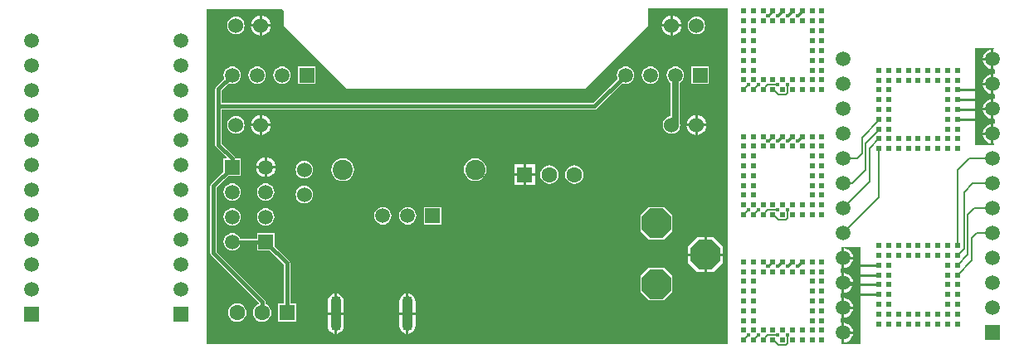
<source format=gbl>
%FSLAX23Y23*%
%MOIN*%
G70*
G01*
G75*
G04 Layer_Physical_Order=2*
G04 Layer_Color=16711680*
%ADD10R,0.020X0.055*%
%ADD11R,0.037X0.067*%
%ADD12R,0.051X0.033*%
%ADD13R,0.132X0.213*%
%ADD14R,0.079X0.087*%
%ADD15C,0.025*%
%ADD16C,0.020*%
%ADD17C,0.015*%
%ADD18C,0.010*%
%ADD19C,0.005*%
%ADD20O,0.043X0.142*%
%ADD21C,0.063*%
%ADD22R,0.063X0.063*%
%ADD23P,0.128X8X112.5*%
%ADD24P,0.128X8X202.5*%
%ADD25C,0.081*%
%ADD26C,0.060*%
%ADD27C,0.059*%
%ADD28R,0.059X0.059*%
%ADD29R,0.059X0.059*%
%ADD30C,0.016*%
%ADD31C,0.024*%
G36*
X3196Y1210D02*
X3195Y1209D01*
X3194Y1209D01*
Y1170D01*
Y1131D01*
X3195Y1131D01*
X3199Y1128D01*
Y1112D01*
X3195Y1109D01*
X3194Y1109D01*
Y1070D01*
Y1031D01*
X3195Y1031D01*
X3199Y1028D01*
Y1012D01*
X3195Y1009D01*
X3194Y1009D01*
Y970D01*
Y931D01*
X3195Y931D01*
X3199Y928D01*
Y912D01*
X3195Y909D01*
X3194Y909D01*
Y870D01*
Y831D01*
X3195Y831D01*
X3196Y830D01*
X3195Y825D01*
X3119D01*
Y1215D01*
X3195D01*
X3196Y1210D01*
D02*
G37*
G36*
X2126Y25D02*
X33D01*
X31Y30D01*
X31Y30D01*
Y1370D01*
X336D01*
X341Y1365D01*
Y1310D01*
Y1305D01*
X595Y1050D01*
X1553D01*
X1807Y1305D01*
Y1375D01*
X2126D01*
Y25D01*
D02*
G37*
G36*
X2660D02*
X2584D01*
X2582Y30D01*
X2584Y31D01*
X2584Y31D01*
Y70D01*
Y109D01*
X2584Y109D01*
X2580Y112D01*
Y128D01*
X2584Y131D01*
X2584Y131D01*
Y170D01*
Y209D01*
X2584Y209D01*
X2580Y212D01*
Y228D01*
X2584Y231D01*
X2584Y231D01*
Y270D01*
Y309D01*
X2584Y309D01*
X2580Y312D01*
Y328D01*
X2584Y331D01*
X2584Y331D01*
Y370D01*
Y409D01*
X2584Y409D01*
X2582Y410D01*
X2584Y415D01*
X2660D01*
Y25D01*
D02*
G37*
%LPC*%
G36*
X740Y574D02*
X731Y573D01*
X723Y569D01*
X715Y564D01*
X710Y556D01*
X706Y548D01*
X705Y539D01*
X706Y530D01*
X710Y522D01*
X715Y514D01*
X723Y509D01*
X731Y505D01*
X740Y504D01*
X749Y505D01*
X757Y509D01*
X765Y514D01*
X770Y522D01*
X774Y530D01*
X775Y539D01*
X774Y548D01*
X770Y556D01*
X765Y564D01*
X757Y569D01*
X749Y573D01*
X740Y574D01*
D02*
G37*
G36*
X270Y570D02*
X261Y569D01*
X253Y565D01*
X245Y560D01*
X240Y552D01*
X236Y544D01*
X235Y535D01*
X236Y526D01*
X240Y518D01*
X245Y510D01*
X253Y505D01*
X261Y501D01*
X270Y500D01*
X279Y501D01*
X287Y505D01*
X295Y510D01*
X300Y518D01*
X304Y526D01*
X305Y535D01*
X304Y544D01*
X300Y552D01*
X295Y560D01*
X287Y565D01*
X279Y569D01*
X270Y570D01*
D02*
G37*
G36*
X975Y574D02*
X905D01*
Y505D01*
X975D01*
Y574D01*
D02*
G37*
G36*
X840Y574D02*
X831Y573D01*
X823Y569D01*
X815Y564D01*
X810Y556D01*
X806Y548D01*
X805Y539D01*
X806Y530D01*
X810Y522D01*
X815Y514D01*
X823Y509D01*
X831Y505D01*
X840Y504D01*
X849Y505D01*
X857Y509D01*
X865Y514D01*
X870Y522D01*
X874Y530D01*
X875Y539D01*
X874Y548D01*
X870Y556D01*
X865Y564D01*
X857Y569D01*
X849Y573D01*
X840Y574D01*
D02*
G37*
G36*
X135Y570D02*
X126Y569D01*
X118Y565D01*
X110Y560D01*
X105Y552D01*
X101Y544D01*
X100Y535D01*
X101Y526D01*
X105Y518D01*
X110Y510D01*
X118Y505D01*
X126Y501D01*
X135Y500D01*
X144Y501D01*
X152Y505D01*
X160Y510D01*
X165Y518D01*
X169Y526D01*
X170Y535D01*
X169Y544D01*
X165Y552D01*
X160Y560D01*
X152Y565D01*
X144Y569D01*
X135Y570D01*
D02*
G37*
G36*
X2031Y452D02*
X2001D01*
X1967Y418D01*
Y388D01*
X2031D01*
Y452D01*
D02*
G37*
G36*
X2594Y409D02*
Y375D01*
X2629D01*
X2628Y380D01*
X2624Y390D01*
X2618Y398D01*
X2609Y404D01*
X2600Y408D01*
X2594Y409D01*
D02*
G37*
G36*
X1871Y573D02*
X1807D01*
X1775Y541D01*
Y477D01*
X1807Y445D01*
X1871D01*
X1903Y477D01*
Y541D01*
X1871Y573D01*
D02*
G37*
G36*
X2070Y452D02*
X2041D01*
Y388D01*
X2105D01*
Y418D01*
X2070Y452D01*
D02*
G37*
G36*
X425Y660D02*
X416Y659D01*
X407Y656D01*
X400Y650D01*
X394Y643D01*
X391Y634D01*
X390Y625D01*
X391Y616D01*
X394Y607D01*
X400Y600D01*
X407Y594D01*
X416Y591D01*
X425Y590D01*
X434Y591D01*
X443Y594D01*
X450Y600D01*
X456Y607D01*
X459Y616D01*
X460Y625D01*
X459Y634D01*
X456Y643D01*
X450Y650D01*
X443Y656D01*
X434Y659D01*
X425Y660D01*
D02*
G37*
G36*
X579Y771D02*
X568Y769D01*
X557Y765D01*
X547Y757D01*
X540Y748D01*
X535Y737D01*
X534Y725D01*
X535Y713D01*
X540Y702D01*
X547Y693D01*
X557Y685D01*
X568Y681D01*
X579Y679D01*
X591Y681D01*
X602Y685D01*
X612Y693D01*
X619Y702D01*
X624Y713D01*
X625Y725D01*
X624Y737D01*
X619Y748D01*
X612Y757D01*
X602Y765D01*
X591Y769D01*
X579Y771D01*
D02*
G37*
G36*
X1510Y742D02*
X1500Y741D01*
X1492Y737D01*
X1484Y731D01*
X1478Y723D01*
X1474Y715D01*
X1473Y705D01*
X1474Y695D01*
X1478Y687D01*
X1484Y679D01*
X1492Y673D01*
X1500Y669D01*
X1510Y668D01*
X1520Y669D01*
X1528Y673D01*
X1536Y679D01*
X1542Y687D01*
X1546Y695D01*
X1547Y705D01*
X1546Y715D01*
X1542Y723D01*
X1536Y731D01*
X1528Y737D01*
X1520Y741D01*
X1510Y742D01*
D02*
G37*
G36*
X425Y760D02*
X416Y759D01*
X407Y756D01*
X400Y750D01*
X394Y743D01*
X391Y734D01*
X390Y725D01*
X391Y716D01*
X394Y707D01*
X400Y700D01*
X407Y694D01*
X416Y691D01*
X425Y690D01*
X434Y691D01*
X443Y694D01*
X450Y700D01*
X456Y707D01*
X459Y716D01*
X460Y725D01*
X459Y734D01*
X456Y743D01*
X450Y750D01*
X443Y756D01*
X434Y759D01*
X425Y760D01*
D02*
G37*
G36*
X1111Y771D02*
X1099Y769D01*
X1088Y765D01*
X1078Y757D01*
X1071Y748D01*
X1066Y737D01*
X1065Y725D01*
X1066Y713D01*
X1071Y702D01*
X1078Y693D01*
X1088Y685D01*
X1099Y681D01*
X1111Y679D01*
X1122Y681D01*
X1133Y685D01*
X1143Y693D01*
X1150Y702D01*
X1155Y713D01*
X1156Y725D01*
X1155Y737D01*
X1150Y748D01*
X1143Y757D01*
X1133Y765D01*
X1122Y769D01*
X1111Y771D01*
D02*
G37*
G36*
X1410Y742D02*
X1400Y741D01*
X1392Y737D01*
X1384Y731D01*
X1378Y723D01*
X1374Y715D01*
X1373Y705D01*
X1374Y695D01*
X1378Y687D01*
X1384Y679D01*
X1392Y673D01*
X1400Y669D01*
X1410Y668D01*
X1420Y669D01*
X1428Y673D01*
X1436Y679D01*
X1442Y687D01*
X1446Y695D01*
X1447Y705D01*
X1446Y715D01*
X1442Y723D01*
X1436Y731D01*
X1428Y737D01*
X1420Y741D01*
X1410Y742D01*
D02*
G37*
G36*
X270Y670D02*
X261Y669D01*
X253Y665D01*
X245Y660D01*
X240Y652D01*
X236Y644D01*
X235Y635D01*
X236Y626D01*
X240Y618D01*
X245Y610D01*
X253Y605D01*
X261Y601D01*
X270Y600D01*
X279Y601D01*
X287Y605D01*
X295Y610D01*
X300Y618D01*
X304Y626D01*
X305Y635D01*
X304Y644D01*
X300Y652D01*
X295Y660D01*
X287Y665D01*
X279Y669D01*
X270Y670D01*
D02*
G37*
G36*
X135D02*
X126Y669D01*
X118Y665D01*
X110Y660D01*
X105Y652D01*
X101Y644D01*
X100Y635D01*
X101Y626D01*
X105Y618D01*
X110Y610D01*
X118Y605D01*
X126Y601D01*
X135Y600D01*
X144Y601D01*
X152Y605D01*
X160Y610D01*
X165Y618D01*
X169Y626D01*
X170Y635D01*
X169Y644D01*
X165Y652D01*
X160Y660D01*
X152Y665D01*
X144Y669D01*
X135Y670D01*
D02*
G37*
G36*
X1351Y700D02*
X1315D01*
Y664D01*
X1351D01*
Y700D01*
D02*
G37*
G36*
X1305D02*
X1269D01*
Y664D01*
X1305D01*
Y700D01*
D02*
G37*
G36*
X2629Y365D02*
X2594D01*
Y331D01*
X2600Y331D01*
X2609Y335D01*
X2618Y342D01*
X2624Y350D01*
X2628Y360D01*
X2629Y365D01*
D02*
G37*
G36*
X546Y226D02*
X543Y226D01*
X535Y223D01*
X529Y217D01*
X524Y211D01*
X520Y203D01*
X519Y195D01*
Y151D01*
X546D01*
Y226D01*
D02*
G37*
G36*
X2629Y165D02*
X2594D01*
Y131D01*
X2600Y131D01*
X2609Y135D01*
X2618Y142D01*
X2624Y150D01*
X2628Y160D01*
X2629Y165D01*
D02*
G37*
G36*
X556Y226D02*
Y151D01*
X583D01*
Y195D01*
X582Y203D01*
X579Y211D01*
X574Y217D01*
X567Y223D01*
X560Y226D01*
X556Y226D01*
D02*
G37*
G36*
X583Y141D02*
X556D01*
Y65D01*
X560Y66D01*
X567Y69D01*
X574Y74D01*
X579Y80D01*
X582Y88D01*
X583Y96D01*
Y141D01*
D02*
G37*
G36*
X135Y470D02*
X126Y469D01*
X118Y465D01*
X110Y460D01*
X105Y452D01*
X101Y444D01*
X100Y435D01*
X101Y426D01*
X105Y418D01*
X110Y410D01*
X118Y405D01*
X126Y401D01*
X135Y400D01*
X144Y401D01*
X152Y405D01*
X160Y410D01*
X165Y418D01*
X167Y422D01*
X235D01*
Y400D01*
X287D01*
X342Y345D01*
Y186D01*
X319D01*
Y114D01*
X391D01*
Y186D01*
X368D01*
Y350D01*
X367Y355D01*
X364Y359D01*
X305Y418D01*
Y470D01*
X235D01*
Y448D01*
X167D01*
X165Y452D01*
X160Y460D01*
X152Y465D01*
X144Y469D01*
X135Y470D01*
D02*
G37*
G36*
X871Y141D02*
X844D01*
Y65D01*
X847Y66D01*
X855Y69D01*
X861Y74D01*
X866Y80D01*
X870Y88D01*
X871Y96D01*
Y141D01*
D02*
G37*
G36*
X834D02*
X807D01*
Y96D01*
X808Y88D01*
X811Y80D01*
X816Y74D01*
X823Y69D01*
X830Y66D01*
X834Y65D01*
Y141D01*
D02*
G37*
G36*
X155Y187D02*
X145Y186D01*
X137Y182D01*
X129Y176D01*
X123Y168D01*
X119Y160D01*
X118Y150D01*
X119Y140D01*
X123Y132D01*
X129Y124D01*
X137Y118D01*
X145Y114D01*
X155Y113D01*
X165Y114D01*
X173Y118D01*
X181Y124D01*
X187Y132D01*
X191Y140D01*
X192Y150D01*
X191Y160D01*
X187Y168D01*
X181Y176D01*
X173Y182D01*
X165Y186D01*
X155Y187D01*
D02*
G37*
G36*
X2594Y109D02*
Y75D01*
X2629D01*
X2628Y80D01*
X2624Y90D01*
X2618Y98D01*
X2609Y104D01*
X2600Y108D01*
X2594Y109D01*
D02*
G37*
G36*
X834Y226D02*
X830Y226D01*
X823Y223D01*
X816Y217D01*
X811Y211D01*
X808Y203D01*
X807Y195D01*
Y151D01*
X834D01*
Y226D01*
D02*
G37*
G36*
X2105Y378D02*
X2041D01*
Y314D01*
X2070D01*
X2105Y349D01*
Y378D01*
D02*
G37*
G36*
X2031D02*
X1967D01*
Y349D01*
X2001Y314D01*
X2031D01*
Y378D01*
D02*
G37*
G36*
X2629Y65D02*
X2594D01*
Y31D01*
X2600Y31D01*
X2609Y35D01*
X2618Y42D01*
X2624Y50D01*
X2628Y60D01*
X2629Y65D01*
D02*
G37*
G36*
X546Y141D02*
X519D01*
Y96D01*
X520Y88D01*
X524Y80D01*
X529Y74D01*
X535Y69D01*
X543Y66D01*
X546Y65D01*
Y141D01*
D02*
G37*
G36*
X2594Y309D02*
Y275D01*
X2629D01*
X2628Y280D01*
X2624Y290D01*
X2618Y298D01*
X2609Y304D01*
X2600Y308D01*
X2594Y309D01*
D02*
G37*
G36*
Y209D02*
Y175D01*
X2629D01*
X2628Y180D01*
X2624Y190D01*
X2618Y198D01*
X2609Y204D01*
X2600Y208D01*
X2594Y209D01*
D02*
G37*
G36*
X844Y226D02*
Y151D01*
X871D01*
Y195D01*
X870Y203D01*
X866Y211D01*
X861Y217D01*
X855Y223D01*
X847Y226D01*
X844Y226D01*
D02*
G37*
G36*
X2629Y265D02*
X2594D01*
Y231D01*
X2600Y231D01*
X2609Y235D01*
X2618Y242D01*
X2624Y250D01*
X2628Y260D01*
X2629Y265D01*
D02*
G37*
G36*
X1871Y329D02*
X1807D01*
X1775Y297D01*
Y233D01*
X1807Y201D01*
X1871D01*
X1903Y233D01*
Y297D01*
X1871Y329D01*
D02*
G37*
G36*
X2050Y1140D02*
X1980D01*
Y1070D01*
X2050D01*
Y1140D01*
D02*
G37*
G36*
X470D02*
X400D01*
Y1070D01*
X470D01*
Y1140D01*
D02*
G37*
G36*
X3184Y1109D02*
X3179Y1108D01*
X3169Y1104D01*
X3161Y1098D01*
X3155Y1090D01*
X3151Y1080D01*
X3150Y1075D01*
X3184D01*
Y1109D01*
D02*
G37*
G36*
Y1209D02*
X3179Y1208D01*
X3169Y1204D01*
X3161Y1198D01*
X3155Y1190D01*
X3151Y1180D01*
X3150Y1175D01*
X3184D01*
Y1209D01*
D02*
G37*
G36*
Y1165D02*
X3150D01*
X3151Y1160D01*
X3155Y1150D01*
X3161Y1142D01*
X3169Y1135D01*
X3179Y1131D01*
X3184Y1131D01*
Y1165D01*
D02*
G37*
G36*
X1715Y1140D02*
X1706Y1139D01*
X1698Y1135D01*
X1690Y1130D01*
X1685Y1122D01*
X1681Y1114D01*
X1680Y1105D01*
X1681Y1096D01*
X1683Y1091D01*
X1585Y993D01*
X93D01*
Y1045D01*
X121Y1073D01*
X126Y1071D01*
X135Y1070D01*
X144Y1071D01*
X152Y1075D01*
X160Y1080D01*
X165Y1088D01*
X169Y1096D01*
X170Y1105D01*
X169Y1114D01*
X165Y1122D01*
X160Y1130D01*
X152Y1135D01*
X144Y1139D01*
X135Y1140D01*
X126Y1139D01*
X118Y1135D01*
X110Y1130D01*
X105Y1122D01*
X101Y1114D01*
X100Y1105D01*
X101Y1096D01*
X103Y1091D01*
X71Y1059D01*
X68Y1055D01*
X67Y1050D01*
Y980D01*
Y825D01*
X67Y825D01*
X67D01*
X68Y820D01*
X71Y816D01*
X113Y774D01*
X111Y770D01*
X100D01*
Y718D01*
X51Y669D01*
X48Y665D01*
X47Y660D01*
Y390D01*
X47Y390D01*
X47D01*
X48Y385D01*
X51Y381D01*
X242Y190D01*
Y184D01*
X237Y182D01*
X229Y176D01*
X223Y168D01*
X219Y160D01*
X218Y150D01*
X219Y140D01*
X223Y132D01*
X229Y124D01*
X237Y118D01*
X245Y114D01*
X255Y113D01*
X265Y114D01*
X273Y118D01*
X281Y124D01*
X287Y132D01*
X291Y140D01*
X292Y150D01*
X291Y160D01*
X287Y168D01*
X281Y176D01*
X273Y182D01*
X268Y184D01*
Y195D01*
X267Y200D01*
X264Y204D01*
X73Y395D01*
Y655D01*
X118Y700D01*
X170D01*
Y770D01*
X148D01*
Y770D01*
X147Y775D01*
X144Y779D01*
X93Y830D01*
Y967D01*
X1590D01*
X1595Y968D01*
X1599Y971D01*
X1599Y971D01*
X1599Y971D01*
X1701Y1073D01*
X1706Y1071D01*
X1715Y1070D01*
X1724Y1071D01*
X1732Y1075D01*
X1740Y1080D01*
X1745Y1088D01*
X1749Y1096D01*
X1750Y1105D01*
X1749Y1114D01*
X1745Y1122D01*
X1740Y1130D01*
X1732Y1135D01*
X1724Y1139D01*
X1715Y1140D01*
D02*
G37*
G36*
X3184Y1065D02*
X3150D01*
X3151Y1060D01*
X3155Y1050D01*
X3161Y1042D01*
X3169Y1035D01*
X3179Y1031D01*
X3184Y1031D01*
Y1065D01*
D02*
G37*
G36*
X235Y1140D02*
X226Y1139D01*
X218Y1135D01*
X210Y1130D01*
X205Y1122D01*
X201Y1114D01*
X200Y1105D01*
X201Y1096D01*
X205Y1088D01*
X210Y1080D01*
X218Y1075D01*
X226Y1071D01*
X235Y1070D01*
X244Y1071D01*
X252Y1075D01*
X260Y1080D01*
X265Y1088D01*
X269Y1096D01*
X270Y1105D01*
X269Y1114D01*
X265Y1122D01*
X260Y1130D01*
X252Y1135D01*
X244Y1139D01*
X235Y1140D01*
D02*
G37*
G36*
X1815D02*
X1806Y1139D01*
X1798Y1135D01*
X1790Y1130D01*
X1785Y1122D01*
X1781Y1114D01*
X1780Y1105D01*
X1781Y1096D01*
X1785Y1088D01*
X1790Y1080D01*
X1798Y1075D01*
X1806Y1071D01*
X1815Y1070D01*
X1824Y1071D01*
X1832Y1075D01*
X1840Y1080D01*
X1845Y1088D01*
X1849Y1096D01*
X1850Y1105D01*
X1849Y1114D01*
X1845Y1122D01*
X1840Y1130D01*
X1832Y1135D01*
X1824Y1139D01*
X1815Y1140D01*
D02*
G37*
G36*
X335D02*
X326Y1139D01*
X318Y1135D01*
X310Y1130D01*
X305Y1122D01*
X301Y1114D01*
X300Y1105D01*
X301Y1096D01*
X305Y1088D01*
X310Y1080D01*
X318Y1075D01*
X326Y1071D01*
X335Y1070D01*
X344Y1071D01*
X352Y1075D01*
X360Y1080D01*
X365Y1088D01*
X369Y1096D01*
X370Y1105D01*
X369Y1114D01*
X365Y1122D01*
X360Y1130D01*
X352Y1135D01*
X344Y1139D01*
X335Y1140D01*
D02*
G37*
G36*
X245Y1345D02*
X240Y1344D01*
X230Y1340D01*
X221Y1334D01*
X215Y1325D01*
X211Y1315D01*
X210Y1310D01*
X245D01*
Y1345D01*
D02*
G37*
G36*
X2000Y1340D02*
X1991Y1339D01*
X1982Y1336D01*
X1975Y1330D01*
X1969Y1323D01*
X1966Y1314D01*
X1965Y1305D01*
X1966Y1296D01*
X1969Y1287D01*
X1975Y1280D01*
X1982Y1274D01*
X1991Y1271D01*
X2000Y1270D01*
X2009Y1271D01*
X2018Y1274D01*
X2025Y1280D01*
X2031Y1287D01*
X2034Y1296D01*
X2035Y1305D01*
X2034Y1314D01*
X2031Y1323D01*
X2025Y1330D01*
X2018Y1336D01*
X2009Y1339D01*
X2000Y1340D01*
D02*
G37*
G36*
X255Y1345D02*
Y1310D01*
X290D01*
X289Y1315D01*
X285Y1325D01*
X279Y1334D01*
X270Y1340D01*
X260Y1344D01*
X255Y1345D01*
D02*
G37*
G36*
X1905D02*
Y1310D01*
X1940D01*
X1939Y1315D01*
X1935Y1325D01*
X1929Y1334D01*
X1920Y1340D01*
X1910Y1344D01*
X1905Y1345D01*
D02*
G37*
G36*
X1895D02*
X1890Y1344D01*
X1880Y1340D01*
X1871Y1334D01*
X1865Y1325D01*
X1861Y1315D01*
X1860Y1310D01*
X1895D01*
Y1345D01*
D02*
G37*
G36*
X290Y1300D02*
X255D01*
Y1265D01*
X260Y1266D01*
X270Y1270D01*
X279Y1276D01*
X285Y1285D01*
X289Y1295D01*
X290Y1300D01*
D02*
G37*
G36*
X245D02*
X210D01*
X211Y1295D01*
X215Y1285D01*
X221Y1276D01*
X230Y1270D01*
X240Y1266D01*
X245Y1265D01*
Y1300D01*
D02*
G37*
G36*
X1895D02*
X1860D01*
X1861Y1295D01*
X1865Y1285D01*
X1871Y1276D01*
X1880Y1270D01*
X1890Y1266D01*
X1895Y1265D01*
Y1300D01*
D02*
G37*
G36*
X150Y1340D02*
X141Y1339D01*
X132Y1336D01*
X125Y1330D01*
X119Y1323D01*
X116Y1314D01*
X115Y1305D01*
X116Y1296D01*
X119Y1287D01*
X125Y1280D01*
X132Y1274D01*
X141Y1271D01*
X150Y1270D01*
X159Y1271D01*
X168Y1274D01*
X175Y1280D01*
X181Y1287D01*
X184Y1296D01*
X185Y1305D01*
X184Y1314D01*
X181Y1323D01*
X175Y1330D01*
X168Y1336D01*
X159Y1339D01*
X150Y1340D01*
D02*
G37*
G36*
X1940Y1300D02*
X1905D01*
Y1265D01*
X1910Y1266D01*
X1920Y1270D01*
X1929Y1276D01*
X1935Y1285D01*
X1939Y1295D01*
X1940Y1300D01*
D02*
G37*
G36*
X3184Y865D02*
X3150D01*
X3151Y860D01*
X3155Y850D01*
X3161Y842D01*
X3169Y835D01*
X3179Y831D01*
X3184Y831D01*
Y865D01*
D02*
G37*
G36*
X275Y774D02*
Y740D01*
X309D01*
X309Y745D01*
X305Y755D01*
X298Y763D01*
X290Y770D01*
X280Y774D01*
X275Y774D01*
D02*
G37*
G36*
X245Y900D02*
X210D01*
X211Y895D01*
X215Y885D01*
X221Y876D01*
X230Y870D01*
X240Y866D01*
X245Y865D01*
Y900D01*
D02*
G37*
G36*
X1995D02*
X1960D01*
X1961Y895D01*
X1965Y885D01*
X1971Y876D01*
X1980Y870D01*
X1990Y866D01*
X1995Y865D01*
Y900D01*
D02*
G37*
G36*
X290D02*
X255D01*
Y865D01*
X260Y866D01*
X270Y870D01*
X279Y876D01*
X285Y885D01*
X289Y895D01*
X290Y900D01*
D02*
G37*
G36*
X309Y730D02*
X275D01*
Y696D01*
X280Y696D01*
X290Y700D01*
X298Y707D01*
X305Y715D01*
X309Y725D01*
X309Y730D01*
D02*
G37*
G36*
X265D02*
X231D01*
X231Y725D01*
X235Y715D01*
X242Y707D01*
X250Y700D01*
X260Y696D01*
X265Y696D01*
Y730D01*
D02*
G37*
G36*
X1305Y746D02*
X1269D01*
Y710D01*
X1305D01*
Y746D01*
D02*
G37*
G36*
X265Y774D02*
X260Y774D01*
X250Y770D01*
X242Y763D01*
X235Y755D01*
X231Y745D01*
X231Y740D01*
X265D01*
Y774D01*
D02*
G37*
G36*
X1351Y746D02*
X1315D01*
Y710D01*
X1351D01*
Y746D01*
D02*
G37*
G36*
X1995Y945D02*
X1990Y944D01*
X1980Y940D01*
X1971Y934D01*
X1965Y925D01*
X1961Y915D01*
X1960Y910D01*
X1995D01*
Y945D01*
D02*
G37*
G36*
X255D02*
Y910D01*
X290D01*
X289Y915D01*
X285Y925D01*
X279Y934D01*
X270Y940D01*
X260Y944D01*
X255Y945D01*
D02*
G37*
G36*
X2005D02*
Y910D01*
X2040D01*
X2039Y915D01*
X2035Y925D01*
X2029Y934D01*
X2020Y940D01*
X2010Y944D01*
X2005Y945D01*
D02*
G37*
G36*
X3184Y1009D02*
X3179Y1008D01*
X3169Y1004D01*
X3161Y998D01*
X3155Y990D01*
X3151Y980D01*
X3150Y975D01*
X3184D01*
Y1009D01*
D02*
G37*
G36*
Y965D02*
X3150D01*
X3151Y960D01*
X3155Y950D01*
X3161Y942D01*
X3169Y935D01*
X3179Y931D01*
X3184Y931D01*
Y965D01*
D02*
G37*
G36*
X150Y940D02*
X141Y939D01*
X132Y936D01*
X125Y930D01*
X119Y923D01*
X116Y914D01*
X115Y905D01*
X116Y896D01*
X119Y887D01*
X125Y880D01*
X132Y874D01*
X141Y871D01*
X150Y870D01*
X159Y871D01*
X168Y874D01*
X175Y880D01*
X181Y887D01*
X184Y896D01*
X185Y905D01*
X184Y914D01*
X181Y923D01*
X175Y930D01*
X168Y936D01*
X159Y939D01*
X150Y940D01*
D02*
G37*
G36*
X2040Y900D02*
X2005D01*
Y865D01*
X2010Y866D01*
X2020Y870D01*
X2029Y876D01*
X2035Y885D01*
X2039Y895D01*
X2040Y900D01*
D02*
G37*
G36*
X1915Y1140D02*
X1906Y1139D01*
X1898Y1135D01*
X1890Y1130D01*
X1885Y1122D01*
X1881Y1114D01*
X1880Y1105D01*
X1881Y1096D01*
X1885Y1088D01*
X1890Y1080D01*
X1897Y1075D01*
Y940D01*
X1891Y939D01*
X1882Y936D01*
X1875Y930D01*
X1869Y923D01*
X1866Y914D01*
X1865Y905D01*
X1866Y896D01*
X1869Y887D01*
X1875Y880D01*
X1882Y874D01*
X1891Y871D01*
X1900Y870D01*
X1909Y871D01*
X1918Y874D01*
X1925Y880D01*
X1931Y887D01*
X1934Y896D01*
X1935Y905D01*
X1934Y914D01*
X1932Y918D01*
X1933Y920D01*
Y1075D01*
X1940Y1080D01*
X1945Y1088D01*
X1949Y1096D01*
X1950Y1105D01*
X1949Y1114D01*
X1945Y1122D01*
X1940Y1130D01*
X1932Y1135D01*
X1924Y1139D01*
X1915Y1140D01*
D02*
G37*
G36*
X245Y945D02*
X240Y944D01*
X230Y940D01*
X221Y934D01*
X215Y925D01*
X211Y915D01*
X210Y910D01*
X245D01*
Y945D01*
D02*
G37*
G36*
X3184Y909D02*
X3179Y908D01*
X3169Y904D01*
X3161Y898D01*
X3155Y890D01*
X3151Y880D01*
X3150Y875D01*
X3184D01*
Y909D01*
D02*
G37*
%LPD*%
D15*
X1915Y920D02*
Y1105D01*
X1900Y905D02*
X1915Y920D01*
D17*
X1590Y980D02*
X1715Y1105D01*
X80Y980D02*
X1590D01*
X80D02*
Y1050D01*
Y825D02*
Y980D01*
Y1050D02*
X135Y1105D01*
X80Y825D02*
X135Y770D01*
Y735D02*
Y770D01*
X255Y150D02*
Y195D01*
X60Y390D02*
X255Y195D01*
X60Y390D02*
Y660D01*
X135Y735D01*
X270Y435D02*
X355Y350D01*
Y150D02*
Y350D01*
X135Y435D02*
X270D01*
D18*
X2597Y262D02*
X2733D01*
X2589Y270D02*
X2597Y262D01*
X2636Y301D02*
X2733D01*
X2635Y300D02*
X2636Y301D01*
X2641Y341D02*
X2733D01*
X2640Y340D02*
X2641Y341D01*
X2638Y223D02*
X2733D01*
X2635Y220D02*
X2638Y223D01*
X3048Y928D02*
X3127D01*
X3130Y925D01*
X3048Y967D02*
X3128D01*
X3130Y965D01*
X3048Y1006D02*
X3129D01*
X3130Y1005D01*
X3048Y1046D02*
X3134D01*
X3135Y1045D01*
X2287Y1343D02*
X2289D01*
X2307Y1362D01*
X2327Y1342D02*
X2327D01*
X2347Y1362D01*
X2366Y1342D02*
X2367D01*
X2386Y1362D01*
X2406Y1342D02*
Y1342D01*
X2426Y1362D01*
X2289Y841D02*
X2307Y860D01*
X2327Y840D02*
X2347Y860D01*
X2406Y840D02*
X2426Y860D01*
X2367Y840D02*
X2386Y860D01*
X2367Y336D02*
X2386Y356D01*
X2406Y336D02*
X2426Y356D01*
X2327Y336D02*
X2347Y356D01*
X2289Y337D02*
X2307Y356D01*
D19*
X3095Y770D02*
X3189D01*
X3048Y723D02*
X3095Y770D01*
X3048Y420D02*
Y723D01*
X3110Y670D02*
X3189D01*
X3075Y635D02*
X3110Y670D01*
X3075Y408D02*
Y635D01*
X3048Y380D02*
X3075Y408D01*
X3115Y570D02*
X3189D01*
X3090Y545D02*
X3115Y570D01*
X3090Y383D02*
Y545D01*
X3048Y341D02*
X3090Y383D01*
X3125Y470D02*
X3189D01*
X3105Y450D02*
X3125Y470D01*
X3105Y359D02*
Y450D01*
X3048Y301D02*
X3105Y359D01*
X2733Y613D02*
Y810D01*
X2589Y470D02*
X2733Y613D01*
X2695Y811D02*
X2733Y849D01*
X2695Y676D02*
Y811D01*
X2589Y570D02*
X2695Y676D01*
X2733Y883D02*
Y888D01*
X2680Y831D02*
X2733Y883D01*
X2680Y725D02*
Y831D01*
X2625Y670D02*
X2680Y725D01*
X2589Y670D02*
X2625D01*
X2733Y923D02*
Y928D01*
X2665Y855D02*
X2733Y923D01*
X2665Y790D02*
Y855D01*
X2645Y770D02*
X2665Y790D01*
X2589Y770D02*
X2645D01*
X2190Y1047D02*
X2209Y1066D01*
X2189Y1047D02*
X2190D01*
X2229Y1047D02*
X2248Y1066D01*
X2229Y1047D02*
Y1047D01*
X2268Y1047D02*
X2287Y1066D01*
X2327D01*
X2327Y1066D01*
X2307Y1047D02*
X2310D01*
X2330Y1027D01*
X2360D01*
X2366Y1033D01*
Y1067D01*
X2366Y1067D02*
X2366Y1067D01*
X2366Y563D02*
X2366Y563D01*
Y529D02*
Y563D01*
X2360Y523D02*
X2366Y529D01*
X2330Y523D02*
X2360D01*
X2310Y543D02*
X2330Y523D01*
X2307Y543D02*
X2310D01*
X2327Y562D02*
X2327Y562D01*
X2287Y562D02*
X2327D01*
X2268Y543D02*
X2287Y562D01*
X2229Y543D02*
Y543D01*
X2248Y562D01*
X2189Y543D02*
X2190D01*
X2209Y562D01*
X2190Y39D02*
X2209Y59D01*
X2189Y39D02*
X2190D01*
X2229Y39D02*
X2248Y59D01*
X2229Y39D02*
Y39D01*
X2268Y39D02*
X2287Y59D01*
X2327D01*
X2327Y59D01*
X2307Y39D02*
X2310D01*
X2330Y20D01*
X2360D01*
X2366Y26D01*
Y59D01*
X2366Y60D02*
X2366Y59D01*
D20*
X551Y146D02*
D03*
X839D02*
D03*
D21*
X155Y150D02*
D03*
X255D02*
D03*
X1410Y705D02*
D03*
X1510D02*
D03*
D22*
X355Y150D02*
D03*
X1310Y705D02*
D03*
D23*
X1839Y265D02*
D03*
Y509D02*
D03*
D24*
X2036Y383D02*
D03*
D25*
X579Y725D02*
D03*
X1111D02*
D03*
D26*
X425Y625D02*
D03*
Y725D02*
D03*
X1900Y1305D02*
D03*
X2000D02*
D03*
Y905D02*
D03*
X1900D02*
D03*
X250Y1305D02*
D03*
X150D02*
D03*
X250Y905D02*
D03*
X150D02*
D03*
D27*
X1715Y1105D02*
D03*
X1815D02*
D03*
X1915D02*
D03*
X740Y539D02*
D03*
X840D02*
D03*
X-670Y1245D02*
D03*
Y1145D02*
D03*
Y1045D02*
D03*
Y945D02*
D03*
Y845D02*
D03*
Y745D02*
D03*
Y645D02*
D03*
Y545D02*
D03*
Y445D02*
D03*
Y345D02*
D03*
Y245D02*
D03*
X3189Y1070D02*
D03*
Y1170D02*
D03*
X2589Y1070D02*
D03*
Y970D02*
D03*
Y1170D02*
D03*
X3189Y970D02*
D03*
Y870D02*
D03*
Y670D02*
D03*
Y570D02*
D03*
Y770D02*
D03*
Y170D02*
D03*
Y270D02*
D03*
Y370D02*
D03*
Y470D02*
D03*
X2589Y670D02*
D03*
Y870D02*
D03*
Y770D02*
D03*
Y570D02*
D03*
Y470D02*
D03*
Y370D02*
D03*
Y270D02*
D03*
Y170D02*
D03*
Y70D02*
D03*
X-70Y1245D02*
D03*
Y1145D02*
D03*
Y1045D02*
D03*
Y945D02*
D03*
Y845D02*
D03*
Y745D02*
D03*
Y645D02*
D03*
Y545D02*
D03*
Y445D02*
D03*
Y345D02*
D03*
Y245D02*
D03*
X135Y1105D02*
D03*
X235D02*
D03*
X335D02*
D03*
X135Y635D02*
D03*
Y535D02*
D03*
Y435D02*
D03*
X270Y535D02*
D03*
Y635D02*
D03*
Y735D02*
D03*
D28*
X2015Y1105D02*
D03*
X940Y539D02*
D03*
X435Y1105D02*
D03*
D29*
X-670Y145D02*
D03*
X3189Y70D02*
D03*
X-70Y145D02*
D03*
X135Y735D02*
D03*
X270Y435D02*
D03*
D30*
X2209Y1066D02*
D03*
X2248D02*
D03*
X2327D02*
D03*
X2366Y1067D02*
D03*
X2327Y1342D02*
D03*
X2366D02*
D03*
X2406D02*
D03*
X2287Y1343D02*
D03*
X2366Y563D02*
D03*
X2327Y562D02*
D03*
X2248D02*
D03*
X2209D02*
D03*
X2287Y841D02*
D03*
X2406Y840D02*
D03*
X2366D02*
D03*
X2327D02*
D03*
Y336D02*
D03*
X2366D02*
D03*
X2406D02*
D03*
X2287Y337D02*
D03*
X2209Y59D02*
D03*
X2248D02*
D03*
X2327D02*
D03*
X2366Y60D02*
D03*
D31*
X2504Y1125D02*
D03*
X2465D02*
D03*
X2504Y1165D02*
D03*
X2465D02*
D03*
X2504Y1204D02*
D03*
X2465D02*
D03*
X2504Y1244D02*
D03*
X2465D02*
D03*
X2504Y1283D02*
D03*
X2465D02*
D03*
X2504Y1086D02*
D03*
X2465D02*
D03*
X2426D02*
D03*
X2386D02*
D03*
X2347D02*
D03*
X2307D02*
D03*
X2268D02*
D03*
X2504Y1047D02*
D03*
X2465D02*
D03*
X2426D02*
D03*
X2386D02*
D03*
X2347D02*
D03*
X2307D02*
D03*
X2268D02*
D03*
X2229D02*
D03*
X2189D02*
D03*
X2229Y1086D02*
D03*
X2189D02*
D03*
X2229Y1125D02*
D03*
X2189D02*
D03*
X2229Y1165D02*
D03*
X2189D02*
D03*
Y1362D02*
D03*
X2229D02*
D03*
X2268D02*
D03*
X2307D02*
D03*
X2347D02*
D03*
X2386D02*
D03*
X2426D02*
D03*
X2465D02*
D03*
X2504D02*
D03*
X2189Y1322D02*
D03*
X2229D02*
D03*
X2268D02*
D03*
X2307D02*
D03*
X2347D02*
D03*
X2386D02*
D03*
X2426D02*
D03*
X2465D02*
D03*
X2504D02*
D03*
X2189Y1283D02*
D03*
X2229D02*
D03*
X2189Y1244D02*
D03*
X2229D02*
D03*
X2189Y1204D02*
D03*
X2229D02*
D03*
X2811Y1125D02*
D03*
Y1085D02*
D03*
X2851Y1125D02*
D03*
Y1085D02*
D03*
X2890Y1125D02*
D03*
Y1085D02*
D03*
X2930Y1125D02*
D03*
Y1085D02*
D03*
X2969Y1125D02*
D03*
Y1085D02*
D03*
X2772Y1125D02*
D03*
Y1085D02*
D03*
Y1046D02*
D03*
Y1006D02*
D03*
Y967D02*
D03*
Y928D02*
D03*
Y888D02*
D03*
X2733Y1125D02*
D03*
Y1085D02*
D03*
Y1046D02*
D03*
Y1006D02*
D03*
Y967D02*
D03*
Y928D02*
D03*
Y888D02*
D03*
Y849D02*
D03*
Y810D02*
D03*
X2772Y849D02*
D03*
Y810D02*
D03*
X2811Y849D02*
D03*
Y810D02*
D03*
X2851Y849D02*
D03*
Y810D02*
D03*
X3048D02*
D03*
Y849D02*
D03*
Y888D02*
D03*
Y928D02*
D03*
Y967D02*
D03*
Y1006D02*
D03*
Y1046D02*
D03*
Y1085D02*
D03*
Y1125D02*
D03*
X3008Y810D02*
D03*
Y849D02*
D03*
Y888D02*
D03*
Y928D02*
D03*
Y967D02*
D03*
Y1006D02*
D03*
Y1046D02*
D03*
Y1085D02*
D03*
Y1125D02*
D03*
X2969Y810D02*
D03*
Y849D02*
D03*
X2930Y810D02*
D03*
Y849D02*
D03*
X2890Y810D02*
D03*
Y849D02*
D03*
X2969Y105D02*
D03*
Y144D02*
D03*
X2930Y105D02*
D03*
Y144D02*
D03*
X2890Y105D02*
D03*
Y144D02*
D03*
X2851Y105D02*
D03*
Y144D02*
D03*
X2811Y105D02*
D03*
Y144D02*
D03*
X3008Y105D02*
D03*
Y144D02*
D03*
Y183D02*
D03*
Y223D02*
D03*
Y262D02*
D03*
Y301D02*
D03*
Y341D02*
D03*
X3048Y105D02*
D03*
Y144D02*
D03*
Y183D02*
D03*
Y223D02*
D03*
Y262D02*
D03*
Y301D02*
D03*
Y341D02*
D03*
Y380D02*
D03*
Y420D02*
D03*
X3008Y380D02*
D03*
Y420D02*
D03*
X2969Y380D02*
D03*
Y420D02*
D03*
X2930Y380D02*
D03*
Y420D02*
D03*
X2733D02*
D03*
Y380D02*
D03*
Y341D02*
D03*
Y301D02*
D03*
Y262D02*
D03*
Y223D02*
D03*
Y183D02*
D03*
Y144D02*
D03*
Y105D02*
D03*
X2772Y420D02*
D03*
Y380D02*
D03*
Y341D02*
D03*
Y301D02*
D03*
Y262D02*
D03*
Y223D02*
D03*
Y183D02*
D03*
Y144D02*
D03*
Y105D02*
D03*
X2811Y420D02*
D03*
Y380D02*
D03*
X2851Y420D02*
D03*
Y380D02*
D03*
X2890Y420D02*
D03*
Y380D02*
D03*
X2504Y118D02*
D03*
X2465D02*
D03*
X2504Y157D02*
D03*
X2465D02*
D03*
X2504Y197D02*
D03*
X2465D02*
D03*
X2504Y236D02*
D03*
X2465D02*
D03*
X2504Y276D02*
D03*
X2465D02*
D03*
X2504Y79D02*
D03*
X2465D02*
D03*
X2426D02*
D03*
X2386D02*
D03*
X2347D02*
D03*
X2307D02*
D03*
X2268D02*
D03*
X2504Y39D02*
D03*
X2465D02*
D03*
X2426D02*
D03*
X2386D02*
D03*
X2347D02*
D03*
X2307D02*
D03*
X2268D02*
D03*
X2229D02*
D03*
X2189D02*
D03*
X2229Y79D02*
D03*
X2189D02*
D03*
X2229Y118D02*
D03*
X2189D02*
D03*
X2229Y157D02*
D03*
X2189D02*
D03*
Y354D02*
D03*
X2229D02*
D03*
X2268D02*
D03*
X2307D02*
D03*
X2347D02*
D03*
X2386D02*
D03*
X2426D02*
D03*
X2465D02*
D03*
X2504D02*
D03*
X2189Y315D02*
D03*
X2229D02*
D03*
X2268D02*
D03*
X2307D02*
D03*
X2347D02*
D03*
X2386D02*
D03*
X2426D02*
D03*
X2465D02*
D03*
X2504D02*
D03*
X2189Y276D02*
D03*
X2229D02*
D03*
X2189Y236D02*
D03*
X2229D02*
D03*
X2189Y197D02*
D03*
X2229D02*
D03*
X2504Y622D02*
D03*
X2465D02*
D03*
X2504Y661D02*
D03*
X2465D02*
D03*
X2504Y701D02*
D03*
X2465D02*
D03*
X2504Y740D02*
D03*
X2465D02*
D03*
X2504Y779D02*
D03*
X2465D02*
D03*
X2504Y582D02*
D03*
X2465D02*
D03*
X2426D02*
D03*
X2386D02*
D03*
X2347D02*
D03*
X2307D02*
D03*
X2268D02*
D03*
X2504Y543D02*
D03*
X2465D02*
D03*
X2426D02*
D03*
X2386D02*
D03*
X2347D02*
D03*
X2307D02*
D03*
X2268D02*
D03*
X2229D02*
D03*
X2189D02*
D03*
X2229Y582D02*
D03*
X2189D02*
D03*
X2229Y622D02*
D03*
X2189D02*
D03*
X2229Y661D02*
D03*
X2189D02*
D03*
Y858D02*
D03*
X2229D02*
D03*
X2268D02*
D03*
X2307D02*
D03*
X2347D02*
D03*
X2386D02*
D03*
X2426D02*
D03*
X2465D02*
D03*
X2504D02*
D03*
X2189Y819D02*
D03*
X2229D02*
D03*
X2268D02*
D03*
X2307D02*
D03*
X2347D02*
D03*
X2386D02*
D03*
X2426D02*
D03*
X2465D02*
D03*
X2504D02*
D03*
X2189Y779D02*
D03*
X2229D02*
D03*
X2189Y740D02*
D03*
X2229D02*
D03*
X2189Y701D02*
D03*
X2229D02*
D03*
M02*

</source>
